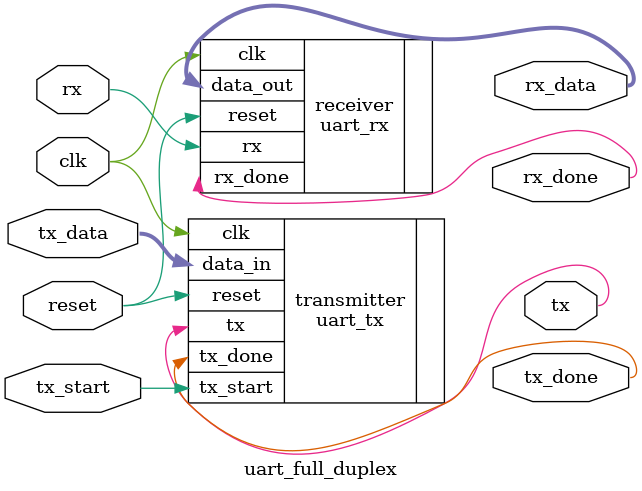
<source format=v>
`timescale 1ns / 1ps


module uart_full_duplex (
    input wire clk,            // System clock
    input wire reset,          // Reset signal
    input wire tx_start,       // Start signal for TX
    input wire [7:0] tx_data,  // Data to transmit
    input wire rx,             // UART receiving line
    output wire tx,            // UART transmission line
    output wire [7:0] rx_data, // Received data
    output wire tx_done,       // Transmission done flag
    output wire rx_done        // Reception done flag
);

    // Instantiate UART transmitter
    uart_tx transmitter (
        .clk(clk),
        .reset(reset),
        .tx_start(tx_start),
        .data_in(tx_data),
        .tx(tx),
        .tx_done(tx_done)
    );

    // Instantiate UART receiver
    uart_rx receiver (
        .clk(clk),
        .reset(reset),
        .rx(rx),
        .data_out(rx_data),
        .rx_done(rx_done)
    );
endmodule


</source>
